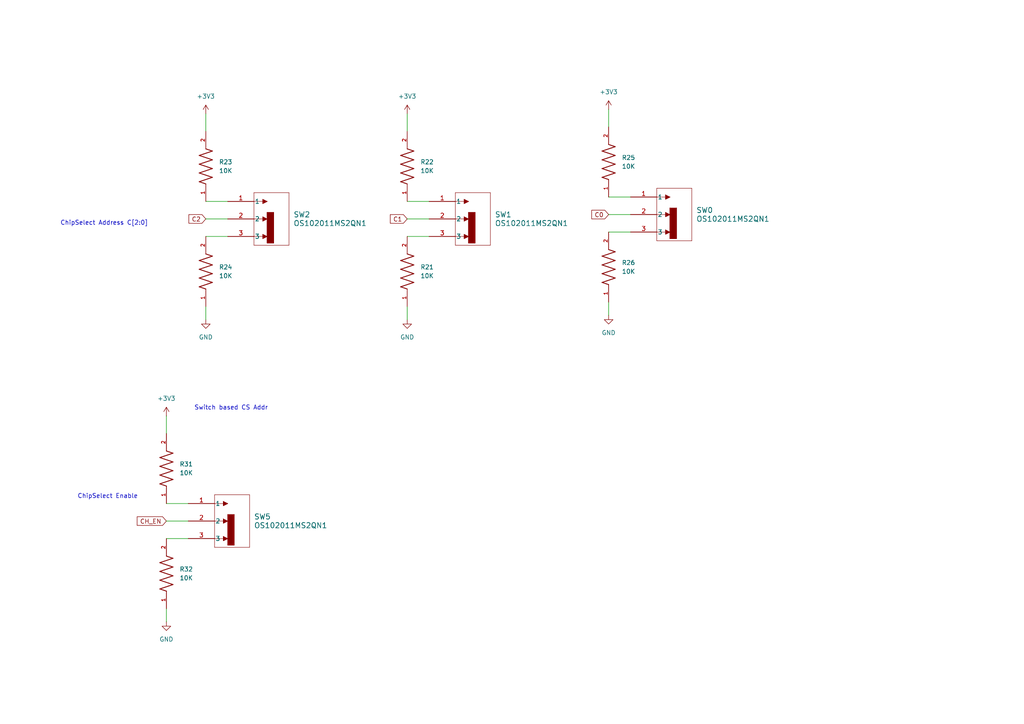
<source format=kicad_sch>
(kicad_sch
	(version 20231120)
	(generator "eeschema")
	(generator_version "8.0")
	(uuid "79dbf444-2002-4e06-a9c3-bbcec95837e9")
	(paper "A4")
	(title_block
		(title "Chip Select Inputs")
		(date "2025-02-12")
	)
	(lib_symbols
		(symbol "2025-02-13_02-16-07:OS102011MS2QN1"
			(pin_names
				(offset 0.254)
			)
			(exclude_from_sim no)
			(in_bom yes)
			(on_board yes)
			(property "Reference" "SW"
				(at 13.97 8.255 0)
				(effects
					(font
						(size 1.524 1.524)
					)
				)
			)
			(property "Value" "OS102011MS2QN1"
				(at 20.32 5.08 0)
				(effects
					(font
						(size 1.524 1.524)
					)
				)
			)
			(property "Footprint" "SPDT_OS102011_CNK"
				(at 0 0 0)
				(effects
					(font
						(size 1.27 1.27)
						(italic yes)
					)
					(hide yes)
				)
			)
			(property "Datasheet" "OS102011MS2QN1"
				(at 0 0 0)
				(effects
					(font
						(size 1.27 1.27)
						(italic yes)
					)
					(hide yes)
				)
			)
			(property "Description" ""
				(at 0 0 0)
				(effects
					(font
						(size 1.27 1.27)
					)
					(hide yes)
				)
			)
			(property "ki_locked" ""
				(at 0 0 0)
				(effects
					(font
						(size 1.27 1.27)
					)
				)
			)
			(property "ki_keywords" "OS102011MS2QN1"
				(at 0 0 0)
				(effects
					(font
						(size 1.27 1.27)
					)
					(hide yes)
				)
			)
			(property "ki_fp_filters" "SPDT_OS102011_CNK"
				(at 0 0 0)
				(effects
					(font
						(size 1.27 1.27)
					)
					(hide yes)
				)
			)
			(symbol "OS102011MS2QN1_0_1"
				(polyline
					(pts
						(xy 7.62 -12.7) (xy 17.78 -12.7)
					)
					(stroke
						(width 0.127)
						(type default)
					)
					(fill
						(type none)
					)
				)
				(polyline
					(pts
						(xy 7.62 -10.16) (xy 11.43 -10.16)
					)
					(stroke
						(width 0.127)
						(type default)
					)
					(fill
						(type none)
					)
				)
				(polyline
					(pts
						(xy 7.62 -5.08) (xy 11.43 -5.08)
					)
					(stroke
						(width 0.127)
						(type default)
					)
					(fill
						(type none)
					)
				)
				(polyline
					(pts
						(xy 7.62 0) (xy 11.43 0)
					)
					(stroke
						(width 0.127)
						(type default)
					)
					(fill
						(type none)
					)
				)
				(polyline
					(pts
						(xy 7.62 2.54) (xy 7.62 -12.7)
					)
					(stroke
						(width 0.127)
						(type default)
					)
					(fill
						(type none)
					)
				)
				(polyline
					(pts
						(xy 10.16 -9.525) (xy 10.16 -10.795)
					)
					(stroke
						(width 0.127)
						(type default)
					)
					(fill
						(type none)
					)
				)
				(polyline
					(pts
						(xy 10.16 -4.445) (xy 10.16 -5.715)
					)
					(stroke
						(width 0.127)
						(type default)
					)
					(fill
						(type none)
					)
				)
				(polyline
					(pts
						(xy 10.16 0.635) (xy 10.16 -0.635)
					)
					(stroke
						(width 0.127)
						(type default)
					)
					(fill
						(type none)
					)
				)
				(polyline
					(pts
						(xy 11.43 -12.065) (xy 13.335 -12.065)
					)
					(stroke
						(width 0.127)
						(type default)
					)
					(fill
						(type none)
					)
				)
				(polyline
					(pts
						(xy 11.43 -10.16) (xy 10.16 -10.795)
					)
					(stroke
						(width 0.127)
						(type default)
					)
					(fill
						(type none)
					)
				)
				(polyline
					(pts
						(xy 11.43 -10.16) (xy 10.16 -9.525)
					)
					(stroke
						(width 0.127)
						(type default)
					)
					(fill
						(type none)
					)
				)
				(polyline
					(pts
						(xy 11.43 -5.08) (xy 10.16 -5.715)
					)
					(stroke
						(width 0.127)
						(type default)
					)
					(fill
						(type none)
					)
				)
				(polyline
					(pts
						(xy 11.43 -5.08) (xy 10.16 -4.445)
					)
					(stroke
						(width 0.127)
						(type default)
					)
					(fill
						(type none)
					)
				)
				(polyline
					(pts
						(xy 11.43 -3.175) (xy 11.43 -12.065)
					)
					(stroke
						(width 0.127)
						(type default)
					)
					(fill
						(type none)
					)
				)
				(polyline
					(pts
						(xy 11.43 0) (xy 10.16 -0.635)
					)
					(stroke
						(width 0.127)
						(type default)
					)
					(fill
						(type none)
					)
				)
				(polyline
					(pts
						(xy 11.43 0) (xy 10.16 0.635)
					)
					(stroke
						(width 0.127)
						(type default)
					)
					(fill
						(type none)
					)
				)
				(polyline
					(pts
						(xy 13.335 -12.065) (xy 13.335 -3.175)
					)
					(stroke
						(width 0.127)
						(type default)
					)
					(fill
						(type none)
					)
				)
				(polyline
					(pts
						(xy 13.335 -3.175) (xy 11.43 -3.175)
					)
					(stroke
						(width 0.127)
						(type default)
					)
					(fill
						(type none)
					)
				)
				(polyline
					(pts
						(xy 17.78 -12.7) (xy 17.78 2.54)
					)
					(stroke
						(width 0.127)
						(type default)
					)
					(fill
						(type none)
					)
				)
				(polyline
					(pts
						(xy 17.78 2.54) (xy 7.62 2.54)
					)
					(stroke
						(width 0.127)
						(type default)
					)
					(fill
						(type none)
					)
				)
				(polyline
					(pts
						(xy 10.16 -9.525) (xy 10.16 -10.795) (xy 11.43 -10.16)
					)
					(stroke
						(width 0)
						(type default)
					)
					(fill
						(type outline)
					)
				)
				(polyline
					(pts
						(xy 10.16 -4.445) (xy 10.16 -5.715) (xy 11.43 -5.08)
					)
					(stroke
						(width 0)
						(type default)
					)
					(fill
						(type outline)
					)
				)
				(polyline
					(pts
						(xy 10.16 0.635) (xy 10.16 -0.635) (xy 11.43 0)
					)
					(stroke
						(width 0)
						(type default)
					)
					(fill
						(type outline)
					)
				)
				(polyline
					(pts
						(xy 11.43 -3.175) (xy 11.43 -12.065) (xy 13.335 -12.065) (xy 13.335 -3.175)
					)
					(stroke
						(width 0)
						(type default)
					)
					(fill
						(type outline)
					)
				)
				(pin unspecified line
					(at 0 0 0)
					(length 7.62)
					(name "1"
						(effects
							(font
								(size 1.27 1.27)
							)
						)
					)
					(number "1"
						(effects
							(font
								(size 1.27 1.27)
							)
						)
					)
				)
				(pin unspecified line
					(at 0 -5.08 0)
					(length 7.62)
					(name "2"
						(effects
							(font
								(size 1.27 1.27)
							)
						)
					)
					(number "2"
						(effects
							(font
								(size 1.27 1.27)
							)
						)
					)
				)
				(pin unspecified line
					(at 0 -10.16 0)
					(length 7.62)
					(name "3"
						(effects
							(font
								(size 1.27 1.27)
							)
						)
					)
					(number "3"
						(effects
							(font
								(size 1.27 1.27)
							)
						)
					)
				)
			)
		)
		(symbol "ERJ2RKF1002X:ERJ2RKF1002X"
			(pin_names
				(offset 1.016)
			)
			(exclude_from_sim no)
			(in_bom yes)
			(on_board yes)
			(property "Reference" "R"
				(at -7.624 2.541 0)
				(effects
					(font
						(size 1.27 1.27)
					)
					(justify left bottom)
				)
			)
			(property "Value" "ERJ2RKF1002X"
				(at -7.624 -5.087 0)
				(effects
					(font
						(size 1.27 1.27)
					)
					(justify left top)
				)
			)
			(property "Footprint" "ERJ2RKF1002X:RES_ERJ2RKF1002X"
				(at 0 0 0)
				(effects
					(font
						(size 1.27 1.27)
					)
					(justify bottom)
					(hide yes)
				)
			)
			(property "Datasheet" ""
				(at 0 0 0)
				(effects
					(font
						(size 1.27 1.27)
					)
					(hide yes)
				)
			)
			(property "Description" ""
				(at 0 0 0)
				(effects
					(font
						(size 1.27 1.27)
					)
					(hide yes)
				)
			)
			(property "PARTREV" "3/1/2020"
				(at 0 0 0)
				(effects
					(font
						(size 1.27 1.27)
					)
					(justify bottom)
					(hide yes)
				)
			)
			(property "STANDARD" "Manufacturer Recommendations"
				(at 0 0 0)
				(effects
					(font
						(size 1.27 1.27)
					)
					(justify bottom)
					(hide yes)
				)
			)
			(property "MAXIMUM_PACKAGE_HEIGHT" "0.35 mm"
				(at 0 0 0)
				(effects
					(font
						(size 1.27 1.27)
					)
					(justify bottom)
					(hide yes)
				)
			)
			(property "MANUFACTURER" "Panasonic"
				(at 0 0 0)
				(effects
					(font
						(size 1.27 1.27)
					)
					(justify bottom)
					(hide yes)
				)
			)
			(symbol "ERJ2RKF1002X_0_0"
				(polyline
					(pts
						(xy -5.08 0) (xy -4.445 1.905)
					)
					(stroke
						(width 0.254)
						(type default)
					)
					(fill
						(type none)
					)
				)
				(polyline
					(pts
						(xy -4.445 1.905) (xy -3.175 -1.905)
					)
					(stroke
						(width 0.254)
						(type default)
					)
					(fill
						(type none)
					)
				)
				(polyline
					(pts
						(xy -3.175 -1.905) (xy -1.905 1.905)
					)
					(stroke
						(width 0.254)
						(type default)
					)
					(fill
						(type none)
					)
				)
				(polyline
					(pts
						(xy -1.905 1.905) (xy -0.635 -1.905)
					)
					(stroke
						(width 0.254)
						(type default)
					)
					(fill
						(type none)
					)
				)
				(polyline
					(pts
						(xy -0.635 -1.905) (xy 0.635 1.905)
					)
					(stroke
						(width 0.254)
						(type default)
					)
					(fill
						(type none)
					)
				)
				(polyline
					(pts
						(xy 0.635 1.905) (xy 1.905 -1.905)
					)
					(stroke
						(width 0.254)
						(type default)
					)
					(fill
						(type none)
					)
				)
				(polyline
					(pts
						(xy 1.905 -1.905) (xy 3.175 1.905)
					)
					(stroke
						(width 0.254)
						(type default)
					)
					(fill
						(type none)
					)
				)
				(polyline
					(pts
						(xy 3.175 1.905) (xy 4.445 -1.905)
					)
					(stroke
						(width 0.254)
						(type default)
					)
					(fill
						(type none)
					)
				)
				(polyline
					(pts
						(xy 4.445 -1.905) (xy 5.08 0)
					)
					(stroke
						(width 0.254)
						(type default)
					)
					(fill
						(type none)
					)
				)
				(pin passive line
					(at -10.16 0 0)
					(length 5.08)
					(name "~"
						(effects
							(font
								(size 1.016 1.016)
							)
						)
					)
					(number "1"
						(effects
							(font
								(size 1.016 1.016)
							)
						)
					)
				)
				(pin passive line
					(at 10.16 0 180)
					(length 5.08)
					(name "~"
						(effects
							(font
								(size 1.016 1.016)
							)
						)
					)
					(number "2"
						(effects
							(font
								(size 1.016 1.016)
							)
						)
					)
				)
			)
		)
		(symbol "power:+3V3"
			(power)
			(pin_numbers hide)
			(pin_names
				(offset 0) hide)
			(exclude_from_sim no)
			(in_bom yes)
			(on_board yes)
			(property "Reference" "#PWR"
				(at 0 -3.81 0)
				(effects
					(font
						(size 1.27 1.27)
					)
					(hide yes)
				)
			)
			(property "Value" "+3V3"
				(at 0 3.556 0)
				(effects
					(font
						(size 1.27 1.27)
					)
				)
			)
			(property "Footprint" ""
				(at 0 0 0)
				(effects
					(font
						(size 1.27 1.27)
					)
					(hide yes)
				)
			)
			(property "Datasheet" ""
				(at 0 0 0)
				(effects
					(font
						(size 1.27 1.27)
					)
					(hide yes)
				)
			)
			(property "Description" "Power symbol creates a global label with name \"+3V3\""
				(at 0 0 0)
				(effects
					(font
						(size 1.27 1.27)
					)
					(hide yes)
				)
			)
			(property "ki_keywords" "global power"
				(at 0 0 0)
				(effects
					(font
						(size 1.27 1.27)
					)
					(hide yes)
				)
			)
			(symbol "+3V3_0_1"
				(polyline
					(pts
						(xy -0.762 1.27) (xy 0 2.54)
					)
					(stroke
						(width 0)
						(type default)
					)
					(fill
						(type none)
					)
				)
				(polyline
					(pts
						(xy 0 0) (xy 0 2.54)
					)
					(stroke
						(width 0)
						(type default)
					)
					(fill
						(type none)
					)
				)
				(polyline
					(pts
						(xy 0 2.54) (xy 0.762 1.27)
					)
					(stroke
						(width 0)
						(type default)
					)
					(fill
						(type none)
					)
				)
			)
			(symbol "+3V3_1_1"
				(pin power_in line
					(at 0 0 90)
					(length 0)
					(name "~"
						(effects
							(font
								(size 1.27 1.27)
							)
						)
					)
					(number "1"
						(effects
							(font
								(size 1.27 1.27)
							)
						)
					)
				)
			)
		)
		(symbol "power:GND"
			(power)
			(pin_numbers hide)
			(pin_names
				(offset 0) hide)
			(exclude_from_sim no)
			(in_bom yes)
			(on_board yes)
			(property "Reference" "#PWR"
				(at 0 -6.35 0)
				(effects
					(font
						(size 1.27 1.27)
					)
					(hide yes)
				)
			)
			(property "Value" "GND"
				(at 0 -3.81 0)
				(effects
					(font
						(size 1.27 1.27)
					)
				)
			)
			(property "Footprint" ""
				(at 0 0 0)
				(effects
					(font
						(size 1.27 1.27)
					)
					(hide yes)
				)
			)
			(property "Datasheet" ""
				(at 0 0 0)
				(effects
					(font
						(size 1.27 1.27)
					)
					(hide yes)
				)
			)
			(property "Description" "Power symbol creates a global label with name \"GND\" , ground"
				(at 0 0 0)
				(effects
					(font
						(size 1.27 1.27)
					)
					(hide yes)
				)
			)
			(property "ki_keywords" "global power"
				(at 0 0 0)
				(effects
					(font
						(size 1.27 1.27)
					)
					(hide yes)
				)
			)
			(symbol "GND_0_1"
				(polyline
					(pts
						(xy 0 0) (xy 0 -1.27) (xy 1.27 -1.27) (xy 0 -2.54) (xy -1.27 -1.27) (xy 0 -1.27)
					)
					(stroke
						(width 0)
						(type default)
					)
					(fill
						(type none)
					)
				)
			)
			(symbol "GND_1_1"
				(pin power_in line
					(at 0 0 270)
					(length 0)
					(name "~"
						(effects
							(font
								(size 1.27 1.27)
							)
						)
					)
					(number "1"
						(effects
							(font
								(size 1.27 1.27)
							)
						)
					)
				)
			)
		)
	)
	(wire
		(pts
			(xy 48.26 120.65) (xy 48.26 125.73)
		)
		(stroke
			(width 0)
			(type default)
		)
		(uuid "08e06763-c581-49c4-a984-bdfe977468e9")
	)
	(wire
		(pts
			(xy 176.53 67.31) (xy 182.88 67.31)
		)
		(stroke
			(width 0)
			(type default)
		)
		(uuid "26ee5b34-329e-49cc-91ee-ee986035fb67")
	)
	(wire
		(pts
			(xy 48.26 156.21) (xy 54.61 156.21)
		)
		(stroke
			(width 0)
			(type default)
		)
		(uuid "30830a1d-1904-47ac-884f-60ea4a7f3ca9")
	)
	(wire
		(pts
			(xy 59.69 58.42) (xy 66.04 58.42)
		)
		(stroke
			(width 0)
			(type default)
		)
		(uuid "43b65881-b873-4f9c-8192-b732f06fbd26")
	)
	(wire
		(pts
			(xy 118.11 63.5) (xy 124.46 63.5)
		)
		(stroke
			(width 0)
			(type default)
		)
		(uuid "4ca5f45b-4b24-4068-9876-9f8cdd53d508")
	)
	(wire
		(pts
			(xy 118.11 33.02) (xy 118.11 38.1)
		)
		(stroke
			(width 0)
			(type default)
		)
		(uuid "525db92b-41f4-4276-a0fc-1487ba698118")
	)
	(wire
		(pts
			(xy 118.11 88.9) (xy 118.11 92.71)
		)
		(stroke
			(width 0)
			(type default)
		)
		(uuid "5f56704e-cd82-4d76-9c9b-06e958dd944f")
	)
	(wire
		(pts
			(xy 176.53 31.75) (xy 176.53 36.83)
		)
		(stroke
			(width 0)
			(type default)
		)
		(uuid "5fb1e119-e70f-4bfb-ae29-ba7b6834ad01")
	)
	(wire
		(pts
			(xy 59.69 33.02) (xy 59.69 38.1)
		)
		(stroke
			(width 0)
			(type default)
		)
		(uuid "60efba54-34d4-41b8-9fd7-ac89d2602a24")
	)
	(wire
		(pts
			(xy 59.69 88.9) (xy 59.69 92.71)
		)
		(stroke
			(width 0)
			(type default)
		)
		(uuid "6bc18114-d741-4a33-9c7a-1ee2e6f8f476")
	)
	(wire
		(pts
			(xy 176.53 87.63) (xy 176.53 91.44)
		)
		(stroke
			(width 0)
			(type default)
		)
		(uuid "6ed358ab-93c2-4b19-9099-9f90bfd794b6")
	)
	(wire
		(pts
			(xy 48.26 146.05) (xy 54.61 146.05)
		)
		(stroke
			(width 0)
			(type default)
		)
		(uuid "6fcfcfe5-cf75-4cb7-bd14-2ece2f1d2256")
	)
	(wire
		(pts
			(xy 48.26 176.53) (xy 48.26 180.34)
		)
		(stroke
			(width 0)
			(type default)
		)
		(uuid "734187f1-9140-4a5b-9a59-5a3ee7f9cc82")
	)
	(wire
		(pts
			(xy 176.53 62.23) (xy 182.88 62.23)
		)
		(stroke
			(width 0)
			(type default)
		)
		(uuid "7e674f8e-449d-4c5c-b6b8-d03666562dd7")
	)
	(wire
		(pts
			(xy 176.53 57.15) (xy 182.88 57.15)
		)
		(stroke
			(width 0)
			(type default)
		)
		(uuid "8cf8164b-9422-4e8e-94a1-956eb844bfa6")
	)
	(wire
		(pts
			(xy 59.69 68.58) (xy 66.04 68.58)
		)
		(stroke
			(width 0)
			(type default)
		)
		(uuid "9d4c5940-df40-459e-81de-124ca8f66df2")
	)
	(wire
		(pts
			(xy 59.69 63.5) (xy 66.04 63.5)
		)
		(stroke
			(width 0)
			(type default)
		)
		(uuid "b346d62b-689c-4d9b-a2a5-2fca6d436815")
	)
	(wire
		(pts
			(xy 118.11 58.42) (xy 124.46 58.42)
		)
		(stroke
			(width 0)
			(type default)
		)
		(uuid "b62c451f-6606-4e27-8dd1-4591dd5dc556")
	)
	(wire
		(pts
			(xy 118.11 68.58) (xy 124.46 68.58)
		)
		(stroke
			(width 0)
			(type default)
		)
		(uuid "cf6743f6-d359-4888-965d-fe0d143f23a3")
	)
	(wire
		(pts
			(xy 48.26 151.13) (xy 54.61 151.13)
		)
		(stroke
			(width 0)
			(type default)
		)
		(uuid "f755ed26-5b9e-4f44-ac6c-1a86c620b7d6")
	)
	(text "ChipSelect Enable"
		(exclude_from_sim no)
		(at 31.242 144.018 0)
		(effects
			(font
				(size 1.27 1.27)
			)
		)
		(uuid "71b76ff9-8759-4349-b12c-7376e121cc8a")
	)
	(text "Switch based CS Addr"
		(exclude_from_sim no)
		(at 67.056 118.364 0)
		(effects
			(font
				(size 1.27 1.27)
			)
		)
		(uuid "793e89c7-9dcd-4d78-9793-5cdb7c25ff0c")
	)
	(text "ChipSelect Address C[2:0]"
		(exclude_from_sim no)
		(at 30.226 64.77 0)
		(effects
			(font
				(size 1.27 1.27)
			)
		)
		(uuid "9ef9e13d-4ecf-4d37-b2d6-786e456483ac")
	)
	(global_label "C1"
		(shape input)
		(at 118.11 63.5 180)
		(effects
			(font
				(size 1.27 1.27)
			)
			(justify right)
		)
		(uuid "3d62d9c8-b50a-4f03-ad8a-63c4e70270fa")
		(property "Intersheetrefs" "${INTERSHEET_REFS}"
			(at 118.11 63.5 0)
			(effects
				(font
					(size 1.27 1.27)
				)
				(hide yes)
			)
		)
	)
	(global_label "C2"
		(shape input)
		(at 59.69 63.5 180)
		(effects
			(font
				(size 1.27 1.27)
			)
			(justify right)
		)
		(uuid "441e1bcf-19cb-43b7-91b7-bde74f53fb64")
		(property "Intersheetrefs" "${INTERSHEET_REFS}"
			(at 59.69 63.5 0)
			(effects
				(font
					(size 1.27 1.27)
				)
				(hide yes)
			)
		)
	)
	(global_label "C0"
		(shape input)
		(at 176.53 62.23 180)
		(effects
			(font
				(size 1.27 1.27)
			)
			(justify right)
		)
		(uuid "497638be-2b6d-4888-ab63-4f1e3093fd1c")
		(property "Intersheetrefs" "${INTERSHEET_REFS}"
			(at 176.53 62.23 0)
			(effects
				(font
					(size 1.27 1.27)
				)
				(hide yes)
			)
		)
	)
	(global_label "CH_EN"
		(shape input)
		(at 48.26 151.13 180)
		(fields_autoplaced yes)
		(effects
			(font
				(size 1.27 1.27)
			)
			(justify right)
		)
		(uuid "5c69bbe0-bf4e-4c1d-9a57-22bb897f67a6")
		(property "Intersheetrefs" "${INTERSHEET_REFS}"
			(at 39.7993 151.0506 0)
			(effects
				(font
					(size 1.27 1.27)
				)
				(justify right)
				(hide yes)
			)
		)
	)
	(symbol
		(lib_id "power:GND")
		(at 48.26 180.34 0)
		(unit 1)
		(exclude_from_sim no)
		(in_bom yes)
		(on_board yes)
		(dnp no)
		(fields_autoplaced yes)
		(uuid "02262bef-e8a0-48ee-b793-5b66fce47d26")
		(property "Reference" "#PWR039"
			(at 48.26 186.69 0)
			(effects
				(font
					(size 1.27 1.27)
				)
				(hide yes)
			)
		)
		(property "Value" "GND"
			(at 48.26 185.42 0)
			(effects
				(font
					(size 1.27 1.27)
				)
			)
		)
		(property "Footprint" ""
			(at 48.26 180.34 0)
			(effects
				(font
					(size 1.27 1.27)
				)
				(hide yes)
			)
		)
		(property "Datasheet" ""
			(at 48.26 180.34 0)
			(effects
				(font
					(size 1.27 1.27)
				)
				(hide yes)
			)
		)
		(property "Description" "Power symbol creates a global label with name \"GND\" , ground"
			(at 48.26 180.34 0)
			(effects
				(font
					(size 1.27 1.27)
				)
				(hide yes)
			)
		)
		(pin "1"
			(uuid "29a8360f-c20c-419a-be9d-ccd928e885b5")
		)
		(instances
			(project "multiboard_controller"
				(path "/0fe19ce7-810a-40c6-903d-4212edc122f9/e301144b-e109-475e-9cb5-ffd4ffbe7b79"
					(reference "#PWR039")
					(unit 1)
				)
			)
		)
	)
	(symbol
		(lib_id "power:GND")
		(at 59.69 92.71 0)
		(unit 1)
		(exclude_from_sim no)
		(in_bom yes)
		(on_board yes)
		(dnp no)
		(fields_autoplaced yes)
		(uuid "12285a13-f5f2-42e2-825c-bc2e0fe02c21")
		(property "Reference" "#PWR027"
			(at 59.69 99.06 0)
			(effects
				(font
					(size 1.27 1.27)
				)
				(hide yes)
			)
		)
		(property "Value" "GND"
			(at 59.69 97.79 0)
			(effects
				(font
					(size 1.27 1.27)
				)
			)
		)
		(property "Footprint" ""
			(at 59.69 92.71 0)
			(effects
				(font
					(size 1.27 1.27)
				)
				(hide yes)
			)
		)
		(property "Datasheet" ""
			(at 59.69 92.71 0)
			(effects
				(font
					(size 1.27 1.27)
				)
				(hide yes)
			)
		)
		(property "Description" "Power symbol creates a global label with name \"GND\" , ground"
			(at 59.69 92.71 0)
			(effects
				(font
					(size 1.27 1.27)
				)
				(hide yes)
			)
		)
		(pin "1"
			(uuid "8dba174c-97f3-48a4-9428-9c28034f3ede")
		)
		(instances
			(project "multiboard_controller"
				(path "/0fe19ce7-810a-40c6-903d-4212edc122f9/e301144b-e109-475e-9cb5-ffd4ffbe7b79"
					(reference "#PWR027")
					(unit 1)
				)
			)
		)
	)
	(symbol
		(lib_id "ERJ2RKF1002X:ERJ2RKF1002X")
		(at 59.69 48.26 90)
		(unit 1)
		(exclude_from_sim no)
		(in_bom yes)
		(on_board yes)
		(dnp no)
		(fields_autoplaced yes)
		(uuid "3a5e34ee-7ffd-4269-9847-84f9e38acfff")
		(property "Reference" "R23"
			(at 63.5 46.9899 90)
			(effects
				(font
					(size 1.27 1.27)
				)
				(justify right)
			)
		)
		(property "Value" "10K"
			(at 63.5 49.5299 90)
			(effects
				(font
					(size 1.27 1.27)
				)
				(justify right)
			)
		)
		(property "Footprint" "all-footprints:RES_ERJ2RKF1002X"
			(at 59.69 48.26 0)
			(effects
				(font
					(size 1.27 1.27)
				)
				(justify bottom)
				(hide yes)
			)
		)
		(property "Datasheet" ""
			(at 59.69 48.26 0)
			(effects
				(font
					(size 1.27 1.27)
				)
				(hide yes)
			)
		)
		(property "Description" ""
			(at 59.69 48.26 0)
			(effects
				(font
					(size 1.27 1.27)
				)
				(hide yes)
			)
		)
		(property "PARTREV" "3/1/2020"
			(at 59.69 48.26 0)
			(effects
				(font
					(size 1.27 1.27)
				)
				(justify bottom)
				(hide yes)
			)
		)
		(property "STANDARD" "Manufacturer Recommendations"
			(at 59.69 48.26 0)
			(effects
				(font
					(size 1.27 1.27)
				)
				(justify bottom)
				(hide yes)
			)
		)
		(property "MAXIMUM_PACKAGE_HEIGHT" "0.35 mm"
			(at 59.69 48.26 0)
			(effects
				(font
					(size 1.27 1.27)
				)
				(justify bottom)
				(hide yes)
			)
		)
		(property "MANUFACTURER" "Panasonic"
			(at 59.69 48.26 0)
			(effects
				(font
					(size 1.27 1.27)
				)
				(justify bottom)
				(hide yes)
			)
		)
		(pin "1"
			(uuid "605165fe-ed0e-41dc-b86e-875fe76d3752")
		)
		(pin "2"
			(uuid "924806d1-208f-45d2-beef-c2ef3d0e4165")
		)
		(instances
			(project "multiboard_controller"
				(path "/0fe19ce7-810a-40c6-903d-4212edc122f9/e301144b-e109-475e-9cb5-ffd4ffbe7b79"
					(reference "R23")
					(unit 1)
				)
			)
		)
	)
	(symbol
		(lib_id "2025-02-13_02-16-07:OS102011MS2QN1")
		(at 182.88 57.15 0)
		(unit 1)
		(exclude_from_sim no)
		(in_bom yes)
		(on_board yes)
		(dnp no)
		(fields_autoplaced yes)
		(uuid "405c4681-ae19-4433-a07a-e8175b2a93da")
		(property "Reference" "SW0"
			(at 201.93 60.9599 0)
			(effects
				(font
					(size 1.524 1.524)
				)
				(justify left)
			)
		)
		(property "Value" "OS102011MS2QN1"
			(at 201.93 63.4999 0)
			(effects
				(font
					(size 1.524 1.524)
				)
				(justify left)
			)
		)
		(property "Footprint" "SPDT_OS102011_CNK"
			(at 182.88 57.15 0)
			(effects
				(font
					(size 1.27 1.27)
					(italic yes)
				)
				(hide yes)
			)
		)
		(property "Datasheet" "OS102011MS2QN1"
			(at 182.88 57.15 0)
			(effects
				(font
					(size 1.27 1.27)
					(italic yes)
				)
				(hide yes)
			)
		)
		(property "Description" ""
			(at 182.88 57.15 0)
			(effects
				(font
					(size 1.27 1.27)
				)
				(hide yes)
			)
		)
		(pin "3"
			(uuid "900683d7-2c07-4aad-928d-e0a939da7c94")
		)
		(pin "2"
			(uuid "0fe77c09-d20d-40ac-8348-36baf5078c73")
		)
		(pin "1"
			(uuid "1045efc3-b158-4a59-8fb5-fe2fcac39b57")
		)
		(instances
			(project "multiboard_controller"
				(path "/0fe19ce7-810a-40c6-903d-4212edc122f9/e301144b-e109-475e-9cb5-ffd4ffbe7b79"
					(reference "SW0")
					(unit 1)
				)
			)
		)
	)
	(symbol
		(lib_id "ERJ2RKF1002X:ERJ2RKF1002X")
		(at 48.26 135.89 90)
		(unit 1)
		(exclude_from_sim no)
		(in_bom yes)
		(on_board yes)
		(dnp no)
		(fields_autoplaced yes)
		(uuid "447b78ca-6831-442b-a8f6-51ce5c45ef65")
		(property "Reference" "R31"
			(at 52.07 134.6199 90)
			(effects
				(font
					(size 1.27 1.27)
				)
				(justify right)
			)
		)
		(property "Value" "10K"
			(at 52.07 137.1599 90)
			(effects
				(font
					(size 1.27 1.27)
				)
				(justify right)
			)
		)
		(property "Footprint" "all-footprints:RES_ERJ2RKF1002X"
			(at 48.26 135.89 0)
			(effects
				(font
					(size 1.27 1.27)
				)
				(justify bottom)
				(hide yes)
			)
		)
		(property "Datasheet" ""
			(at 48.26 135.89 0)
			(effects
				(font
					(size 1.27 1.27)
				)
				(hide yes)
			)
		)
		(property "Description" ""
			(at 48.26 135.89 0)
			(effects
				(font
					(size 1.27 1.27)
				)
				(hide yes)
			)
		)
		(property "PARTREV" "3/1/2020"
			(at 48.26 135.89 0)
			(effects
				(font
					(size 1.27 1.27)
				)
				(justify bottom)
				(hide yes)
			)
		)
		(property "STANDARD" "Manufacturer Recommendations"
			(at 48.26 135.89 0)
			(effects
				(font
					(size 1.27 1.27)
				)
				(justify bottom)
				(hide yes)
			)
		)
		(property "MAXIMUM_PACKAGE_HEIGHT" "0.35 mm"
			(at 48.26 135.89 0)
			(effects
				(font
					(size 1.27 1.27)
				)
				(justify bottom)
				(hide yes)
			)
		)
		(property "MANUFACTURER" "Panasonic"
			(at 48.26 135.89 0)
			(effects
				(font
					(size 1.27 1.27)
				)
				(justify bottom)
				(hide yes)
			)
		)
		(pin "1"
			(uuid "a19fdfca-5255-43ed-806b-89fa07f3f3f3")
		)
		(pin "2"
			(uuid "0ed00100-fe41-442b-bf3a-b6a4d33ac61d")
		)
		(instances
			(project "multiboard_controller"
				(path "/0fe19ce7-810a-40c6-903d-4212edc122f9/e301144b-e109-475e-9cb5-ffd4ffbe7b79"
					(reference "R31")
					(unit 1)
				)
			)
		)
	)
	(symbol
		(lib_id "power:+3V3")
		(at 59.69 33.02 0)
		(unit 1)
		(exclude_from_sim no)
		(in_bom yes)
		(on_board yes)
		(dnp no)
		(fields_autoplaced yes)
		(uuid "4a2a6bc8-d0c5-48d7-a570-03995cbd6512")
		(property "Reference" "#PWR026"
			(at 59.69 36.83 0)
			(effects
				(font
					(size 1.27 1.27)
				)
				(hide yes)
			)
		)
		(property "Value" "+3V3"
			(at 59.69 27.94 0)
			(effects
				(font
					(size 1.27 1.27)
				)
			)
		)
		(property "Footprint" ""
			(at 59.69 33.02 0)
			(effects
				(font
					(size 1.27 1.27)
				)
				(hide yes)
			)
		)
		(property "Datasheet" ""
			(at 59.69 33.02 0)
			(effects
				(font
					(size 1.27 1.27)
				)
				(hide yes)
			)
		)
		(property "Description" "Power symbol creates a global label with name \"+3V3\""
			(at 59.69 33.02 0)
			(effects
				(font
					(size 1.27 1.27)
				)
				(hide yes)
			)
		)
		(pin "1"
			(uuid "8dea08ff-29b0-4ded-b4d9-3a7be75c1d8e")
		)
		(instances
			(project "multiboard_controller"
				(path "/0fe19ce7-810a-40c6-903d-4212edc122f9/e301144b-e109-475e-9cb5-ffd4ffbe7b79"
					(reference "#PWR026")
					(unit 1)
				)
			)
		)
	)
	(symbol
		(lib_id "ERJ2RKF1002X:ERJ2RKF1002X")
		(at 176.53 46.99 90)
		(unit 1)
		(exclude_from_sim no)
		(in_bom yes)
		(on_board yes)
		(dnp no)
		(fields_autoplaced yes)
		(uuid "54c7491e-833c-497d-bf8c-b6632eaae6eb")
		(property "Reference" "R25"
			(at 180.34 45.7199 90)
			(effects
				(font
					(size 1.27 1.27)
				)
				(justify right)
			)
		)
		(property "Value" "10K"
			(at 180.34 48.2599 90)
			(effects
				(font
					(size 1.27 1.27)
				)
				(justify right)
			)
		)
		(property "Footprint" "all-footprints:RES_ERJ2RKF1002X"
			(at 176.53 46.99 0)
			(effects
				(font
					(size 1.27 1.27)
				)
				(justify bottom)
				(hide yes)
			)
		)
		(property "Datasheet" ""
			(at 176.53 46.99 0)
			(effects
				(font
					(size 1.27 1.27)
				)
				(hide yes)
			)
		)
		(property "Description" ""
			(at 176.53 46.99 0)
			(effects
				(font
					(size 1.27 1.27)
				)
				(hide yes)
			)
		)
		(property "PARTREV" "3/1/2020"
			(at 176.53 46.99 0)
			(effects
				(font
					(size 1.27 1.27)
				)
				(justify bottom)
				(hide yes)
			)
		)
		(property "STANDARD" "Manufacturer Recommendations"
			(at 176.53 46.99 0)
			(effects
				(font
					(size 1.27 1.27)
				)
				(justify bottom)
				(hide yes)
			)
		)
		(property "MAXIMUM_PACKAGE_HEIGHT" "0.35 mm"
			(at 176.53 46.99 0)
			(effects
				(font
					(size 1.27 1.27)
				)
				(justify bottom)
				(hide yes)
			)
		)
		(property "MANUFACTURER" "Panasonic"
			(at 176.53 46.99 0)
			(effects
				(font
					(size 1.27 1.27)
				)
				(justify bottom)
				(hide yes)
			)
		)
		(pin "1"
			(uuid "06c4bf40-9eca-4a09-a114-c61853bab59b")
		)
		(pin "2"
			(uuid "8f08e0ac-fff5-405e-b161-e89c6e996654")
		)
		(instances
			(project "multiboard_controller"
				(path "/0fe19ce7-810a-40c6-903d-4212edc122f9/e301144b-e109-475e-9cb5-ffd4ffbe7b79"
					(reference "R25")
					(unit 1)
				)
			)
		)
	)
	(symbol
		(lib_id "ERJ2RKF1002X:ERJ2RKF1002X")
		(at 48.26 166.37 90)
		(unit 1)
		(exclude_from_sim no)
		(in_bom yes)
		(on_board yes)
		(dnp no)
		(fields_autoplaced yes)
		(uuid "5aa336e1-c5a6-481c-8332-116617bea1bc")
		(property "Reference" "R32"
			(at 52.07 165.0999 90)
			(effects
				(font
					(size 1.27 1.27)
				)
				(justify right)
			)
		)
		(property "Value" "10K"
			(at 52.07 167.6399 90)
			(effects
				(font
					(size 1.27 1.27)
				)
				(justify right)
			)
		)
		(property "Footprint" "all-footprints:RES_ERJ2RKF1002X"
			(at 48.26 166.37 0)
			(effects
				(font
					(size 1.27 1.27)
				)
				(justify bottom)
				(hide yes)
			)
		)
		(property "Datasheet" ""
			(at 48.26 166.37 0)
			(effects
				(font
					(size 1.27 1.27)
				)
				(hide yes)
			)
		)
		(property "Description" ""
			(at 48.26 166.37 0)
			(effects
				(font
					(size 1.27 1.27)
				)
				(hide yes)
			)
		)
		(property "PARTREV" "3/1/2020"
			(at 48.26 166.37 0)
			(effects
				(font
					(size 1.27 1.27)
				)
				(justify bottom)
				(hide yes)
			)
		)
		(property "STANDARD" "Manufacturer Recommendations"
			(at 48.26 166.37 0)
			(effects
				(font
					(size 1.27 1.27)
				)
				(justify bottom)
				(hide yes)
			)
		)
		(property "MAXIMUM_PACKAGE_HEIGHT" "0.35 mm"
			(at 48.26 166.37 0)
			(effects
				(font
					(size 1.27 1.27)
				)
				(justify bottom)
				(hide yes)
			)
		)
		(property "MANUFACTURER" "Panasonic"
			(at 48.26 166.37 0)
			(effects
				(font
					(size 1.27 1.27)
				)
				(justify bottom)
				(hide yes)
			)
		)
		(pin "1"
			(uuid "ac007e68-0a02-4bcd-9125-fa79a785c34f")
		)
		(pin "2"
			(uuid "6d7d1e98-8830-42c4-ad74-0f72de5eb3f7")
		)
		(instances
			(project "multiboard_controller"
				(path "/0fe19ce7-810a-40c6-903d-4212edc122f9/e301144b-e109-475e-9cb5-ffd4ffbe7b79"
					(reference "R32")
					(unit 1)
				)
			)
		)
	)
	(symbol
		(lib_id "power:GND")
		(at 176.53 91.44 0)
		(unit 1)
		(exclude_from_sim no)
		(in_bom yes)
		(on_board yes)
		(dnp no)
		(fields_autoplaced yes)
		(uuid "5e6fbc36-1470-41b3-b08c-7c254a8f4a1c")
		(property "Reference" "#PWR029"
			(at 176.53 97.79 0)
			(effects
				(font
					(size 1.27 1.27)
				)
				(hide yes)
			)
		)
		(property "Value" "GND"
			(at 176.53 96.52 0)
			(effects
				(font
					(size 1.27 1.27)
				)
			)
		)
		(property "Footprint" ""
			(at 176.53 91.44 0)
			(effects
				(font
					(size 1.27 1.27)
				)
				(hide yes)
			)
		)
		(property "Datasheet" ""
			(at 176.53 91.44 0)
			(effects
				(font
					(size 1.27 1.27)
				)
				(hide yes)
			)
		)
		(property "Description" "Power symbol creates a global label with name \"GND\" , ground"
			(at 176.53 91.44 0)
			(effects
				(font
					(size 1.27 1.27)
				)
				(hide yes)
			)
		)
		(pin "1"
			(uuid "bf62260f-ca2a-4d06-a737-bfbc84d97279")
		)
		(instances
			(project "multiboard_controller"
				(path "/0fe19ce7-810a-40c6-903d-4212edc122f9/e301144b-e109-475e-9cb5-ffd4ffbe7b79"
					(reference "#PWR029")
					(unit 1)
				)
			)
		)
	)
	(symbol
		(lib_id "2025-02-13_02-16-07:OS102011MS2QN1")
		(at 124.46 58.42 0)
		(unit 1)
		(exclude_from_sim no)
		(in_bom yes)
		(on_board yes)
		(dnp no)
		(fields_autoplaced yes)
		(uuid "66d7413a-f607-4aaa-985a-248ff447d322")
		(property "Reference" "SW1"
			(at 143.51 62.2299 0)
			(effects
				(font
					(size 1.524 1.524)
				)
				(justify left)
			)
		)
		(property "Value" "OS102011MS2QN1"
			(at 143.51 64.7699 0)
			(effects
				(font
					(size 1.524 1.524)
				)
				(justify left)
			)
		)
		(property "Footprint" "SPDT_OS102011_CNK"
			(at 124.46 58.42 0)
			(effects
				(font
					(size 1.27 1.27)
					(italic yes)
				)
				(hide yes)
			)
		)
		(property "Datasheet" "OS102011MS2QN1"
			(at 124.46 58.42 0)
			(effects
				(font
					(size 1.27 1.27)
					(italic yes)
				)
				(hide yes)
			)
		)
		(property "Description" ""
			(at 124.46 58.42 0)
			(effects
				(font
					(size 1.27 1.27)
				)
				(hide yes)
			)
		)
		(pin "3"
			(uuid "168853da-4ce7-44b8-b2ad-567b7efa97f2")
		)
		(pin "2"
			(uuid "44d14078-c972-44bd-86f8-83ef2ba7f05a")
		)
		(pin "1"
			(uuid "9d4c55c8-425d-4702-97aa-baaed7bb7646")
		)
		(instances
			(project ""
				(path "/0fe19ce7-810a-40c6-903d-4212edc122f9/e301144b-e109-475e-9cb5-ffd4ffbe7b79"
					(reference "SW1")
					(unit 1)
				)
			)
		)
	)
	(symbol
		(lib_id "2025-02-13_02-16-07:OS102011MS2QN1")
		(at 66.04 58.42 0)
		(unit 1)
		(exclude_from_sim no)
		(in_bom yes)
		(on_board yes)
		(dnp no)
		(fields_autoplaced yes)
		(uuid "6dccf13e-fe0d-444d-bd2c-32fa78a29db7")
		(property "Reference" "SW2"
			(at 85.09 62.2299 0)
			(effects
				(font
					(size 1.524 1.524)
				)
				(justify left)
			)
		)
		(property "Value" "OS102011MS2QN1"
			(at 85.09 64.7699 0)
			(effects
				(font
					(size 1.524 1.524)
				)
				(justify left)
			)
		)
		(property "Footprint" "SPDT_OS102011_CNK"
			(at 66.04 58.42 0)
			(effects
				(font
					(size 1.27 1.27)
					(italic yes)
				)
				(hide yes)
			)
		)
		(property "Datasheet" "OS102011MS2QN1"
			(at 66.04 58.42 0)
			(effects
				(font
					(size 1.27 1.27)
					(italic yes)
				)
				(hide yes)
			)
		)
		(property "Description" ""
			(at 66.04 58.42 0)
			(effects
				(font
					(size 1.27 1.27)
				)
				(hide yes)
			)
		)
		(pin "3"
			(uuid "5cc005c1-81f1-4cb4-84bf-aa8db50bc29a")
		)
		(pin "2"
			(uuid "d74e7da9-578c-4e3f-8cbc-58f667369178")
		)
		(pin "1"
			(uuid "9ebc2243-d25a-4d27-87e1-e558d86bb5a2")
		)
		(instances
			(project "multiboard_controller"
				(path "/0fe19ce7-810a-40c6-903d-4212edc122f9/e301144b-e109-475e-9cb5-ffd4ffbe7b79"
					(reference "SW2")
					(unit 1)
				)
			)
		)
	)
	(symbol
		(lib_id "power:+3V3")
		(at 48.26 120.65 0)
		(unit 1)
		(exclude_from_sim no)
		(in_bom yes)
		(on_board yes)
		(dnp no)
		(fields_autoplaced yes)
		(uuid "703cfa9d-a60b-4f1f-96af-7e8b53ea7f08")
		(property "Reference" "#PWR038"
			(at 48.26 124.46 0)
			(effects
				(font
					(size 1.27 1.27)
				)
				(hide yes)
			)
		)
		(property "Value" "+3V3"
			(at 48.26 115.57 0)
			(effects
				(font
					(size 1.27 1.27)
				)
			)
		)
		(property "Footprint" ""
			(at 48.26 120.65 0)
			(effects
				(font
					(size 1.27 1.27)
				)
				(hide yes)
			)
		)
		(property "Datasheet" ""
			(at 48.26 120.65 0)
			(effects
				(font
					(size 1.27 1.27)
				)
				(hide yes)
			)
		)
		(property "Description" "Power symbol creates a global label with name \"+3V3\""
			(at 48.26 120.65 0)
			(effects
				(font
					(size 1.27 1.27)
				)
				(hide yes)
			)
		)
		(pin "1"
			(uuid "1d205afc-0119-4ac0-93a7-39c39e1c5e8e")
		)
		(instances
			(project "multiboard_controller"
				(path "/0fe19ce7-810a-40c6-903d-4212edc122f9/e301144b-e109-475e-9cb5-ffd4ffbe7b79"
					(reference "#PWR038")
					(unit 1)
				)
			)
		)
	)
	(symbol
		(lib_id "ERJ2RKF1002X:ERJ2RKF1002X")
		(at 176.53 77.47 90)
		(unit 1)
		(exclude_from_sim no)
		(in_bom yes)
		(on_board yes)
		(dnp no)
		(fields_autoplaced yes)
		(uuid "7c46e0ba-12ce-41c9-a43b-f5519b0bc21b")
		(property "Reference" "R26"
			(at 180.34 76.1999 90)
			(effects
				(font
					(size 1.27 1.27)
				)
				(justify right)
			)
		)
		(property "Value" "10K"
			(at 180.34 78.7399 90)
			(effects
				(font
					(size 1.27 1.27)
				)
				(justify right)
			)
		)
		(property "Footprint" "all-footprints:RES_ERJ2RKF1002X"
			(at 176.53 77.47 0)
			(effects
				(font
					(size 1.27 1.27)
				)
				(justify bottom)
				(hide yes)
			)
		)
		(property "Datasheet" ""
			(at 176.53 77.47 0)
			(effects
				(font
					(size 1.27 1.27)
				)
				(hide yes)
			)
		)
		(property "Description" ""
			(at 176.53 77.47 0)
			(effects
				(font
					(size 1.27 1.27)
				)
				(hide yes)
			)
		)
		(property "PARTREV" "3/1/2020"
			(at 176.53 77.47 0)
			(effects
				(font
					(size 1.27 1.27)
				)
				(justify bottom)
				(hide yes)
			)
		)
		(property "STANDARD" "Manufacturer Recommendations"
			(at 176.53 77.47 0)
			(effects
				(font
					(size 1.27 1.27)
				)
				(justify bottom)
				(hide yes)
			)
		)
		(property "MAXIMUM_PACKAGE_HEIGHT" "0.35 mm"
			(at 176.53 77.47 0)
			(effects
				(font
					(size 1.27 1.27)
				)
				(justify bottom)
				(hide yes)
			)
		)
		(property "MANUFACTURER" "Panasonic"
			(at 176.53 77.47 0)
			(effects
				(font
					(size 1.27 1.27)
				)
				(justify bottom)
				(hide yes)
			)
		)
		(pin "1"
			(uuid "38c42bdc-4390-4aff-9a9a-7a1860e5a65a")
		)
		(pin "2"
			(uuid "0f0d3a45-cc63-417c-a1f6-b120bc987e4a")
		)
		(instances
			(project "multiboard_controller"
				(path "/0fe19ce7-810a-40c6-903d-4212edc122f9/e301144b-e109-475e-9cb5-ffd4ffbe7b79"
					(reference "R26")
					(unit 1)
				)
			)
		)
	)
	(symbol
		(lib_id "power:GND")
		(at 118.11 92.71 0)
		(unit 1)
		(exclude_from_sim no)
		(in_bom yes)
		(on_board yes)
		(dnp no)
		(fields_autoplaced yes)
		(uuid "9ecc72a8-5cbd-4548-b791-7fe5ddd6e9e0")
		(property "Reference" "#PWR025"
			(at 118.11 99.06 0)
			(effects
				(font
					(size 1.27 1.27)
				)
				(hide yes)
			)
		)
		(property "Value" "GND"
			(at 118.11 97.79 0)
			(effects
				(font
					(size 1.27 1.27)
				)
			)
		)
		(property "Footprint" ""
			(at 118.11 92.71 0)
			(effects
				(font
					(size 1.27 1.27)
				)
				(hide yes)
			)
		)
		(property "Datasheet" ""
			(at 118.11 92.71 0)
			(effects
				(font
					(size 1.27 1.27)
				)
				(hide yes)
			)
		)
		(property "Description" "Power symbol creates a global label with name \"GND\" , ground"
			(at 118.11 92.71 0)
			(effects
				(font
					(size 1.27 1.27)
				)
				(hide yes)
			)
		)
		(pin "1"
			(uuid "e3ee2e8f-c20f-459c-bf9a-b752e5062096")
		)
		(instances
			(project "multiboard_controller"
				(path "/0fe19ce7-810a-40c6-903d-4212edc122f9/e301144b-e109-475e-9cb5-ffd4ffbe7b79"
					(reference "#PWR025")
					(unit 1)
				)
			)
		)
	)
	(symbol
		(lib_id "ERJ2RKF1002X:ERJ2RKF1002X")
		(at 118.11 48.26 90)
		(unit 1)
		(exclude_from_sim no)
		(in_bom yes)
		(on_board yes)
		(dnp no)
		(fields_autoplaced yes)
		(uuid "a64c49ce-18dd-4f2a-92de-74b5e8c26820")
		(property "Reference" "R22"
			(at 121.92 46.9899 90)
			(effects
				(font
					(size 1.27 1.27)
				)
				(justify right)
			)
		)
		(property "Value" "10K"
			(at 121.92 49.5299 90)
			(effects
				(font
					(size 1.27 1.27)
				)
				(justify right)
			)
		)
		(property "Footprint" "all-footprints:RES_ERJ2RKF1002X"
			(at 118.11 48.26 0)
			(effects
				(font
					(size 1.27 1.27)
				)
				(justify bottom)
				(hide yes)
			)
		)
		(property "Datasheet" ""
			(at 118.11 48.26 0)
			(effects
				(font
					(size 1.27 1.27)
				)
				(hide yes)
			)
		)
		(property "Description" ""
			(at 118.11 48.26 0)
			(effects
				(font
					(size 1.27 1.27)
				)
				(hide yes)
			)
		)
		(property "PARTREV" "3/1/2020"
			(at 118.11 48.26 0)
			(effects
				(font
					(size 1.27 1.27)
				)
				(justify bottom)
				(hide yes)
			)
		)
		(property "STANDARD" "Manufacturer Recommendations"
			(at 118.11 48.26 0)
			(effects
				(font
					(size 1.27 1.27)
				)
				(justify bottom)
				(hide yes)
			)
		)
		(property "MAXIMUM_PACKAGE_HEIGHT" "0.35 mm"
			(at 118.11 48.26 0)
			(effects
				(font
					(size 1.27 1.27)
				)
				(justify bottom)
				(hide yes)
			)
		)
		(property "MANUFACTURER" "Panasonic"
			(at 118.11 48.26 0)
			(effects
				(font
					(size 1.27 1.27)
				)
				(justify bottom)
				(hide yes)
			)
		)
		(pin "1"
			(uuid "b15e8d30-adc6-48c6-85ce-960a6250ae75")
		)
		(pin "2"
			(uuid "92ebe077-04ed-4dab-8a3f-f214a6ccd48c")
		)
		(instances
			(project "multiboard_controller"
				(path "/0fe19ce7-810a-40c6-903d-4212edc122f9/e301144b-e109-475e-9cb5-ffd4ffbe7b79"
					(reference "R22")
					(unit 1)
				)
			)
		)
	)
	(symbol
		(lib_id "ERJ2RKF1002X:ERJ2RKF1002X")
		(at 59.69 78.74 90)
		(unit 1)
		(exclude_from_sim no)
		(in_bom yes)
		(on_board yes)
		(dnp no)
		(fields_autoplaced yes)
		(uuid "b499cfb8-ef29-4bce-ae04-8274b3ae804d")
		(property "Reference" "R24"
			(at 63.5 77.4699 90)
			(effects
				(font
					(size 1.27 1.27)
				)
				(justify right)
			)
		)
		(property "Value" "10K"
			(at 63.5 80.0099 90)
			(effects
				(font
					(size 1.27 1.27)
				)
				(justify right)
			)
		)
		(property "Footprint" "all-footprints:RES_ERJ2RKF1002X"
			(at 59.69 78.74 0)
			(effects
				(font
					(size 1.27 1.27)
				)
				(justify bottom)
				(hide yes)
			)
		)
		(property "Datasheet" ""
			(at 59.69 78.74 0)
			(effects
				(font
					(size 1.27 1.27)
				)
				(hide yes)
			)
		)
		(property "Description" ""
			(at 59.69 78.74 0)
			(effects
				(font
					(size 1.27 1.27)
				)
				(hide yes)
			)
		)
		(property "PARTREV" "3/1/2020"
			(at 59.69 78.74 0)
			(effects
				(font
					(size 1.27 1.27)
				)
				(justify bottom)
				(hide yes)
			)
		)
		(property "STANDARD" "Manufacturer Recommendations"
			(at 59.69 78.74 0)
			(effects
				(font
					(size 1.27 1.27)
				)
				(justify bottom)
				(hide yes)
			)
		)
		(property "MAXIMUM_PACKAGE_HEIGHT" "0.35 mm"
			(at 59.69 78.74 0)
			(effects
				(font
					(size 1.27 1.27)
				)
				(justify bottom)
				(hide yes)
			)
		)
		(property "MANUFACTURER" "Panasonic"
			(at 59.69 78.74 0)
			(effects
				(font
					(size 1.27 1.27)
				)
				(justify bottom)
				(hide yes)
			)
		)
		(pin "1"
			(uuid "8fda6d42-1e5a-49a4-9200-fc8e5d35061f")
		)
		(pin "2"
			(uuid "19616799-120d-4901-9e8f-2081ae44b924")
		)
		(instances
			(project "multiboard_controller"
				(path "/0fe19ce7-810a-40c6-903d-4212edc122f9/e301144b-e109-475e-9cb5-ffd4ffbe7b79"
					(reference "R24")
					(unit 1)
				)
			)
		)
	)
	(symbol
		(lib_id "power:+3V3")
		(at 176.53 31.75 0)
		(unit 1)
		(exclude_from_sim no)
		(in_bom yes)
		(on_board yes)
		(dnp no)
		(fields_autoplaced yes)
		(uuid "b4bda5da-69d8-4217-a573-80b5eae8b486")
		(property "Reference" "#PWR028"
			(at 176.53 35.56 0)
			(effects
				(font
					(size 1.27 1.27)
				)
				(hide yes)
			)
		)
		(property "Value" "+3V3"
			(at 176.53 26.67 0)
			(effects
				(font
					(size 1.27 1.27)
				)
			)
		)
		(property "Footprint" ""
			(at 176.53 31.75 0)
			(effects
				(font
					(size 1.27 1.27)
				)
				(hide yes)
			)
		)
		(property "Datasheet" ""
			(at 176.53 31.75 0)
			(effects
				(font
					(size 1.27 1.27)
				)
				(hide yes)
			)
		)
		(property "Description" "Power symbol creates a global label with name \"+3V3\""
			(at 176.53 31.75 0)
			(effects
				(font
					(size 1.27 1.27)
				)
				(hide yes)
			)
		)
		(pin "1"
			(uuid "8a57bed7-b2a9-40a0-8790-4f34208e3ebc")
		)
		(instances
			(project "multiboard_controller"
				(path "/0fe19ce7-810a-40c6-903d-4212edc122f9/e301144b-e109-475e-9cb5-ffd4ffbe7b79"
					(reference "#PWR028")
					(unit 1)
				)
			)
		)
	)
	(symbol
		(lib_id "power:+3V3")
		(at 118.11 33.02 0)
		(unit 1)
		(exclude_from_sim no)
		(in_bom yes)
		(on_board yes)
		(dnp no)
		(fields_autoplaced yes)
		(uuid "b51508fe-6658-4b58-9a3d-9c6cf250bc0b")
		(property "Reference" "#PWR024"
			(at 118.11 36.83 0)
			(effects
				(font
					(size 1.27 1.27)
				)
				(hide yes)
			)
		)
		(property "Value" "+3V3"
			(at 118.11 27.94 0)
			(effects
				(font
					(size 1.27 1.27)
				)
			)
		)
		(property "Footprint" ""
			(at 118.11 33.02 0)
			(effects
				(font
					(size 1.27 1.27)
				)
				(hide yes)
			)
		)
		(property "Datasheet" ""
			(at 118.11 33.02 0)
			(effects
				(font
					(size 1.27 1.27)
				)
				(hide yes)
			)
		)
		(property "Description" "Power symbol creates a global label with name \"+3V3\""
			(at 118.11 33.02 0)
			(effects
				(font
					(size 1.27 1.27)
				)
				(hide yes)
			)
		)
		(pin "1"
			(uuid "8dc15ada-869f-48ae-b3a0-edf3bc057727")
		)
		(instances
			(project "multiboard_controller"
				(path "/0fe19ce7-810a-40c6-903d-4212edc122f9/e301144b-e109-475e-9cb5-ffd4ffbe7b79"
					(reference "#PWR024")
					(unit 1)
				)
			)
		)
	)
	(symbol
		(lib_id "ERJ2RKF1002X:ERJ2RKF1002X")
		(at 118.11 78.74 90)
		(unit 1)
		(exclude_from_sim no)
		(in_bom yes)
		(on_board yes)
		(dnp no)
		(fields_autoplaced yes)
		(uuid "c3685655-d924-4659-adfd-9516c4336077")
		(property "Reference" "R21"
			(at 121.92 77.4699 90)
			(effects
				(font
					(size 1.27 1.27)
				)
				(justify right)
			)
		)
		(property "Value" "10K"
			(at 121.92 80.0099 90)
			(effects
				(font
					(size 1.27 1.27)
				)
				(justify right)
			)
		)
		(property "Footprint" "all-footprints:RES_ERJ2RKF1002X"
			(at 118.11 78.74 0)
			(effects
				(font
					(size 1.27 1.27)
				)
				(justify bottom)
				(hide yes)
			)
		)
		(property "Datasheet" ""
			(at 118.11 78.74 0)
			(effects
				(font
					(size 1.27 1.27)
				)
				(hide yes)
			)
		)
		(property "Description" ""
			(at 118.11 78.74 0)
			(effects
				(font
					(size 1.27 1.27)
				)
				(hide yes)
			)
		)
		(property "PARTREV" "3/1/2020"
			(at 118.11 78.74 0)
			(effects
				(font
					(size 1.27 1.27)
				)
				(justify bottom)
				(hide yes)
			)
		)
		(property "STANDARD" "Manufacturer Recommendations"
			(at 118.11 78.74 0)
			(effects
				(font
					(size 1.27 1.27)
				)
				(justify bottom)
				(hide yes)
			)
		)
		(property "MAXIMUM_PACKAGE_HEIGHT" "0.35 mm"
			(at 118.11 78.74 0)
			(effects
				(font
					(size 1.27 1.27)
				)
				(justify bottom)
				(hide yes)
			)
		)
		(property "MANUFACTURER" "Panasonic"
			(at 118.11 78.74 0)
			(effects
				(font
					(size 1.27 1.27)
				)
				(justify bottom)
				(hide yes)
			)
		)
		(pin "1"
			(uuid "443f865f-2704-4ffe-b5cb-afecb0b89702")
		)
		(pin "2"
			(uuid "26d03f90-b985-4592-9ab1-0793094cb4ea")
		)
		(instances
			(project ""
				(path "/0fe19ce7-810a-40c6-903d-4212edc122f9/e301144b-e109-475e-9cb5-ffd4ffbe7b79"
					(reference "R21")
					(unit 1)
				)
			)
		)
	)
	(symbol
		(lib_id "2025-02-13_02-16-07:OS102011MS2QN1")
		(at 54.61 146.05 0)
		(unit 1)
		(exclude_from_sim no)
		(in_bom yes)
		(on_board yes)
		(dnp no)
		(fields_autoplaced yes)
		(uuid "d43b3f59-3eb8-48d8-af34-05145f6b57aa")
		(property "Reference" "SW5"
			(at 73.66 149.8599 0)
			(effects
				(font
					(size 1.524 1.524)
				)
				(justify left)
			)
		)
		(property "Value" "OS102011MS2QN1"
			(at 73.66 152.3999 0)
			(effects
				(font
					(size 1.524 1.524)
				)
				(justify left)
			)
		)
		(property "Footprint" "SPDT_OS102011_CNK"
			(at 54.61 146.05 0)
			(effects
				(font
					(size 1.27 1.27)
					(italic yes)
				)
				(hide yes)
			)
		)
		(property "Datasheet" "OS102011MS2QN1"
			(at 54.61 146.05 0)
			(effects
				(font
					(size 1.27 1.27)
					(italic yes)
				)
				(hide yes)
			)
		)
		(property "Description" ""
			(at 54.61 146.05 0)
			(effects
				(font
					(size 1.27 1.27)
				)
				(hide yes)
			)
		)
		(pin "3"
			(uuid "ca0e6fd2-ffb2-4e84-a436-fa877d49a043")
		)
		(pin "2"
			(uuid "cd466bf4-7d3f-4d1f-aae9-17d54c80953d")
		)
		(pin "1"
			(uuid "94b7fc2a-ef2a-4ac3-bcbc-1eaedd07388e")
		)
		(instances
			(project "multiboard_controller"
				(path "/0fe19ce7-810a-40c6-903d-4212edc122f9/e301144b-e109-475e-9cb5-ffd4ffbe7b79"
					(reference "SW5")
					(unit 1)
				)
			)
		)
	)
)

</source>
